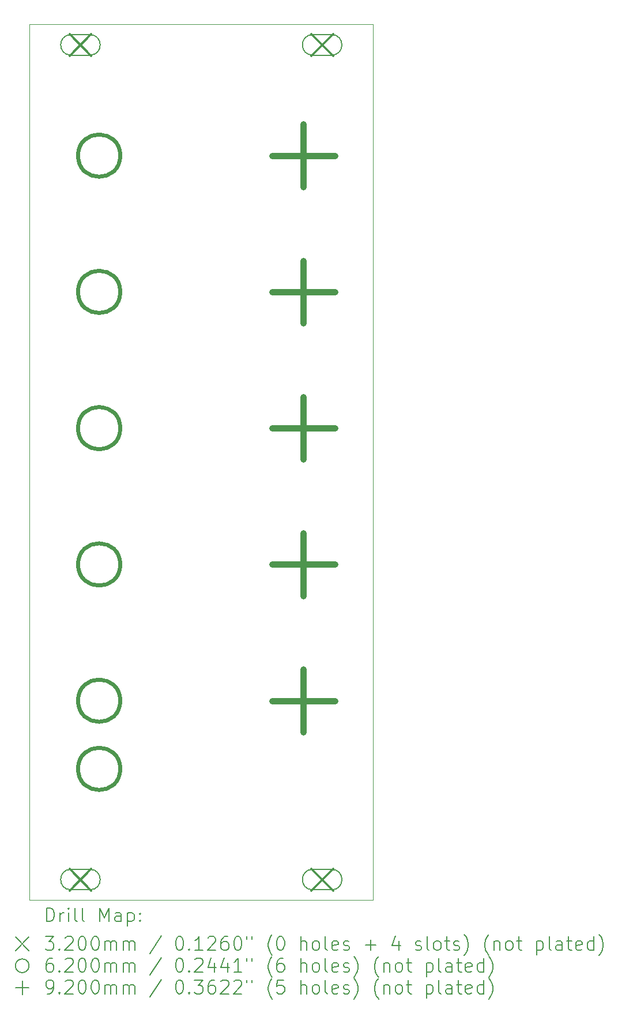
<source format=gbr>
%FSLAX45Y45*%
G04 Gerber Fmt 4.5, Leading zero omitted, Abs format (unit mm)*
G04 Created by KiCad (PCBNEW (6.0.2)) date 2022-05-06 20:28:32*
%MOMM*%
%LPD*%
G01*
G04 APERTURE LIST*
%TA.AperFunction,Profile*%
%ADD10C,0.100000*%
%TD*%
%ADD11C,0.200000*%
%ADD12C,0.320000*%
%ADD13C,0.620000*%
%ADD14C,0.920000*%
G04 APERTURE END LIST*
D10*
X10975000Y-3575000D02*
X16025000Y-3575000D01*
X16025000Y-3575000D02*
X16025000Y-16425000D01*
X10975000Y-3575000D02*
X10975000Y-16425000D01*
X10975000Y-16425000D02*
X16025000Y-16425000D01*
D11*
D12*
X11565000Y-3715000D02*
X11885000Y-4035000D01*
X11885000Y-3715000D02*
X11565000Y-4035000D01*
D11*
X11585000Y-4025000D02*
X11865000Y-4025000D01*
X11585000Y-3725000D02*
X11865000Y-3725000D01*
X11865000Y-4025000D02*
G75*
G03*
X11865000Y-3725000I0J150000D01*
G01*
X11585000Y-3725000D02*
G75*
G03*
X11585000Y-4025000I0J-150000D01*
G01*
D12*
X11565000Y-15965000D02*
X11885000Y-16285000D01*
X11885000Y-15965000D02*
X11565000Y-16285000D01*
D11*
X11585000Y-16275000D02*
X11865000Y-16275000D01*
X11585000Y-15975000D02*
X11865000Y-15975000D01*
X11865000Y-16275000D02*
G75*
G03*
X11865000Y-15975000I0J150000D01*
G01*
X11585000Y-15975000D02*
G75*
G03*
X11585000Y-16275000I0J-150000D01*
G01*
D12*
X15115000Y-3715000D02*
X15435000Y-4035000D01*
X15435000Y-3715000D02*
X15115000Y-4035000D01*
D11*
X15135000Y-4025000D02*
X15415000Y-4025000D01*
X15135000Y-3725000D02*
X15415000Y-3725000D01*
X15415000Y-4025000D02*
G75*
G03*
X15415000Y-3725000I0J150000D01*
G01*
X15135000Y-3725000D02*
G75*
G03*
X15135000Y-4025000I0J-150000D01*
G01*
D12*
X15115000Y-15965000D02*
X15435000Y-16285000D01*
X15435000Y-15965000D02*
X15115000Y-16285000D01*
D11*
X15135000Y-16275000D02*
X15415000Y-16275000D01*
X15135000Y-15975000D02*
X15415000Y-15975000D01*
X15415000Y-16275000D02*
G75*
G03*
X15415000Y-15975000I0J150000D01*
G01*
X15135000Y-15975000D02*
G75*
G03*
X15135000Y-16275000I0J-150000D01*
G01*
D13*
X12310000Y-5500000D02*
G75*
G03*
X12310000Y-5500000I-310000J0D01*
G01*
X12310000Y-7500000D02*
G75*
G03*
X12310000Y-7500000I-310000J0D01*
G01*
X12310000Y-9500000D02*
G75*
G03*
X12310000Y-9500000I-310000J0D01*
G01*
X12310000Y-11500000D02*
G75*
G03*
X12310000Y-11500000I-310000J0D01*
G01*
X12310000Y-13500000D02*
G75*
G03*
X12310000Y-13500000I-310000J0D01*
G01*
X12310000Y-14500000D02*
G75*
G03*
X12310000Y-14500000I-310000J0D01*
G01*
D14*
X15000000Y-5040000D02*
X15000000Y-5960000D01*
X14540000Y-5500000D02*
X15460000Y-5500000D01*
X15000000Y-7040000D02*
X15000000Y-7960000D01*
X14540000Y-7500000D02*
X15460000Y-7500000D01*
X15000000Y-9040000D02*
X15000000Y-9960000D01*
X14540000Y-9500000D02*
X15460000Y-9500000D01*
X15000000Y-11040000D02*
X15000000Y-11960000D01*
X14540000Y-11500000D02*
X15460000Y-11500000D01*
X15000000Y-13040000D02*
X15000000Y-13960000D01*
X14540000Y-13500000D02*
X15460000Y-13500000D01*
D11*
X11227619Y-16740476D02*
X11227619Y-16540476D01*
X11275238Y-16540476D01*
X11303809Y-16550000D01*
X11322857Y-16569048D01*
X11332381Y-16588095D01*
X11341905Y-16626190D01*
X11341905Y-16654762D01*
X11332381Y-16692857D01*
X11322857Y-16711905D01*
X11303809Y-16730952D01*
X11275238Y-16740476D01*
X11227619Y-16740476D01*
X11427619Y-16740476D02*
X11427619Y-16607143D01*
X11427619Y-16645238D02*
X11437143Y-16626190D01*
X11446667Y-16616667D01*
X11465714Y-16607143D01*
X11484762Y-16607143D01*
X11551428Y-16740476D02*
X11551428Y-16607143D01*
X11551428Y-16540476D02*
X11541905Y-16550000D01*
X11551428Y-16559524D01*
X11560952Y-16550000D01*
X11551428Y-16540476D01*
X11551428Y-16559524D01*
X11675238Y-16740476D02*
X11656190Y-16730952D01*
X11646667Y-16711905D01*
X11646667Y-16540476D01*
X11780000Y-16740476D02*
X11760952Y-16730952D01*
X11751428Y-16711905D01*
X11751428Y-16540476D01*
X12008571Y-16740476D02*
X12008571Y-16540476D01*
X12075238Y-16683333D01*
X12141905Y-16540476D01*
X12141905Y-16740476D01*
X12322857Y-16740476D02*
X12322857Y-16635714D01*
X12313333Y-16616667D01*
X12294286Y-16607143D01*
X12256190Y-16607143D01*
X12237143Y-16616667D01*
X12322857Y-16730952D02*
X12303809Y-16740476D01*
X12256190Y-16740476D01*
X12237143Y-16730952D01*
X12227619Y-16711905D01*
X12227619Y-16692857D01*
X12237143Y-16673809D01*
X12256190Y-16664286D01*
X12303809Y-16664286D01*
X12322857Y-16654762D01*
X12418095Y-16607143D02*
X12418095Y-16807143D01*
X12418095Y-16616667D02*
X12437143Y-16607143D01*
X12475238Y-16607143D01*
X12494286Y-16616667D01*
X12503809Y-16626190D01*
X12513333Y-16645238D01*
X12513333Y-16702381D01*
X12503809Y-16721428D01*
X12494286Y-16730952D01*
X12475238Y-16740476D01*
X12437143Y-16740476D01*
X12418095Y-16730952D01*
X12599048Y-16721428D02*
X12608571Y-16730952D01*
X12599048Y-16740476D01*
X12589524Y-16730952D01*
X12599048Y-16721428D01*
X12599048Y-16740476D01*
X12599048Y-16616667D02*
X12608571Y-16626190D01*
X12599048Y-16635714D01*
X12589524Y-16626190D01*
X12599048Y-16616667D01*
X12599048Y-16635714D01*
X10770000Y-16970000D02*
X10970000Y-17170000D01*
X10970000Y-16970000D02*
X10770000Y-17170000D01*
X11208571Y-16960476D02*
X11332381Y-16960476D01*
X11265714Y-17036667D01*
X11294286Y-17036667D01*
X11313333Y-17046190D01*
X11322857Y-17055714D01*
X11332381Y-17074762D01*
X11332381Y-17122381D01*
X11322857Y-17141429D01*
X11313333Y-17150952D01*
X11294286Y-17160476D01*
X11237143Y-17160476D01*
X11218095Y-17150952D01*
X11208571Y-17141429D01*
X11418095Y-17141429D02*
X11427619Y-17150952D01*
X11418095Y-17160476D01*
X11408571Y-17150952D01*
X11418095Y-17141429D01*
X11418095Y-17160476D01*
X11503809Y-16979524D02*
X11513333Y-16970000D01*
X11532381Y-16960476D01*
X11580000Y-16960476D01*
X11599048Y-16970000D01*
X11608571Y-16979524D01*
X11618095Y-16998571D01*
X11618095Y-17017619D01*
X11608571Y-17046190D01*
X11494286Y-17160476D01*
X11618095Y-17160476D01*
X11741905Y-16960476D02*
X11760952Y-16960476D01*
X11780000Y-16970000D01*
X11789524Y-16979524D01*
X11799048Y-16998571D01*
X11808571Y-17036667D01*
X11808571Y-17084286D01*
X11799048Y-17122381D01*
X11789524Y-17141429D01*
X11780000Y-17150952D01*
X11760952Y-17160476D01*
X11741905Y-17160476D01*
X11722857Y-17150952D01*
X11713333Y-17141429D01*
X11703809Y-17122381D01*
X11694286Y-17084286D01*
X11694286Y-17036667D01*
X11703809Y-16998571D01*
X11713333Y-16979524D01*
X11722857Y-16970000D01*
X11741905Y-16960476D01*
X11932381Y-16960476D02*
X11951428Y-16960476D01*
X11970476Y-16970000D01*
X11980000Y-16979524D01*
X11989524Y-16998571D01*
X11999048Y-17036667D01*
X11999048Y-17084286D01*
X11989524Y-17122381D01*
X11980000Y-17141429D01*
X11970476Y-17150952D01*
X11951428Y-17160476D01*
X11932381Y-17160476D01*
X11913333Y-17150952D01*
X11903809Y-17141429D01*
X11894286Y-17122381D01*
X11884762Y-17084286D01*
X11884762Y-17036667D01*
X11894286Y-16998571D01*
X11903809Y-16979524D01*
X11913333Y-16970000D01*
X11932381Y-16960476D01*
X12084762Y-17160476D02*
X12084762Y-17027143D01*
X12084762Y-17046190D02*
X12094286Y-17036667D01*
X12113333Y-17027143D01*
X12141905Y-17027143D01*
X12160952Y-17036667D01*
X12170476Y-17055714D01*
X12170476Y-17160476D01*
X12170476Y-17055714D02*
X12180000Y-17036667D01*
X12199048Y-17027143D01*
X12227619Y-17027143D01*
X12246667Y-17036667D01*
X12256190Y-17055714D01*
X12256190Y-17160476D01*
X12351428Y-17160476D02*
X12351428Y-17027143D01*
X12351428Y-17046190D02*
X12360952Y-17036667D01*
X12380000Y-17027143D01*
X12408571Y-17027143D01*
X12427619Y-17036667D01*
X12437143Y-17055714D01*
X12437143Y-17160476D01*
X12437143Y-17055714D02*
X12446667Y-17036667D01*
X12465714Y-17027143D01*
X12494286Y-17027143D01*
X12513333Y-17036667D01*
X12522857Y-17055714D01*
X12522857Y-17160476D01*
X12913333Y-16950952D02*
X12741905Y-17208095D01*
X13170476Y-16960476D02*
X13189524Y-16960476D01*
X13208571Y-16970000D01*
X13218095Y-16979524D01*
X13227619Y-16998571D01*
X13237143Y-17036667D01*
X13237143Y-17084286D01*
X13227619Y-17122381D01*
X13218095Y-17141429D01*
X13208571Y-17150952D01*
X13189524Y-17160476D01*
X13170476Y-17160476D01*
X13151428Y-17150952D01*
X13141905Y-17141429D01*
X13132381Y-17122381D01*
X13122857Y-17084286D01*
X13122857Y-17036667D01*
X13132381Y-16998571D01*
X13141905Y-16979524D01*
X13151428Y-16970000D01*
X13170476Y-16960476D01*
X13322857Y-17141429D02*
X13332381Y-17150952D01*
X13322857Y-17160476D01*
X13313333Y-17150952D01*
X13322857Y-17141429D01*
X13322857Y-17160476D01*
X13522857Y-17160476D02*
X13408571Y-17160476D01*
X13465714Y-17160476D02*
X13465714Y-16960476D01*
X13446667Y-16989048D01*
X13427619Y-17008095D01*
X13408571Y-17017619D01*
X13599048Y-16979524D02*
X13608571Y-16970000D01*
X13627619Y-16960476D01*
X13675238Y-16960476D01*
X13694286Y-16970000D01*
X13703809Y-16979524D01*
X13713333Y-16998571D01*
X13713333Y-17017619D01*
X13703809Y-17046190D01*
X13589524Y-17160476D01*
X13713333Y-17160476D01*
X13884762Y-16960476D02*
X13846667Y-16960476D01*
X13827619Y-16970000D01*
X13818095Y-16979524D01*
X13799048Y-17008095D01*
X13789524Y-17046190D01*
X13789524Y-17122381D01*
X13799048Y-17141429D01*
X13808571Y-17150952D01*
X13827619Y-17160476D01*
X13865714Y-17160476D01*
X13884762Y-17150952D01*
X13894286Y-17141429D01*
X13903809Y-17122381D01*
X13903809Y-17074762D01*
X13894286Y-17055714D01*
X13884762Y-17046190D01*
X13865714Y-17036667D01*
X13827619Y-17036667D01*
X13808571Y-17046190D01*
X13799048Y-17055714D01*
X13789524Y-17074762D01*
X14027619Y-16960476D02*
X14046667Y-16960476D01*
X14065714Y-16970000D01*
X14075238Y-16979524D01*
X14084762Y-16998571D01*
X14094286Y-17036667D01*
X14094286Y-17084286D01*
X14084762Y-17122381D01*
X14075238Y-17141429D01*
X14065714Y-17150952D01*
X14046667Y-17160476D01*
X14027619Y-17160476D01*
X14008571Y-17150952D01*
X13999048Y-17141429D01*
X13989524Y-17122381D01*
X13980000Y-17084286D01*
X13980000Y-17036667D01*
X13989524Y-16998571D01*
X13999048Y-16979524D01*
X14008571Y-16970000D01*
X14027619Y-16960476D01*
X14170476Y-16960476D02*
X14170476Y-16998571D01*
X14246667Y-16960476D02*
X14246667Y-16998571D01*
X14541905Y-17236667D02*
X14532381Y-17227143D01*
X14513333Y-17198571D01*
X14503809Y-17179524D01*
X14494286Y-17150952D01*
X14484762Y-17103333D01*
X14484762Y-17065238D01*
X14494286Y-17017619D01*
X14503809Y-16989048D01*
X14513333Y-16970000D01*
X14532381Y-16941429D01*
X14541905Y-16931905D01*
X14656190Y-16960476D02*
X14675238Y-16960476D01*
X14694286Y-16970000D01*
X14703809Y-16979524D01*
X14713333Y-16998571D01*
X14722857Y-17036667D01*
X14722857Y-17084286D01*
X14713333Y-17122381D01*
X14703809Y-17141429D01*
X14694286Y-17150952D01*
X14675238Y-17160476D01*
X14656190Y-17160476D01*
X14637143Y-17150952D01*
X14627619Y-17141429D01*
X14618095Y-17122381D01*
X14608571Y-17084286D01*
X14608571Y-17036667D01*
X14618095Y-16998571D01*
X14627619Y-16979524D01*
X14637143Y-16970000D01*
X14656190Y-16960476D01*
X14960952Y-17160476D02*
X14960952Y-16960476D01*
X15046667Y-17160476D02*
X15046667Y-17055714D01*
X15037143Y-17036667D01*
X15018095Y-17027143D01*
X14989524Y-17027143D01*
X14970476Y-17036667D01*
X14960952Y-17046190D01*
X15170476Y-17160476D02*
X15151428Y-17150952D01*
X15141905Y-17141429D01*
X15132381Y-17122381D01*
X15132381Y-17065238D01*
X15141905Y-17046190D01*
X15151428Y-17036667D01*
X15170476Y-17027143D01*
X15199048Y-17027143D01*
X15218095Y-17036667D01*
X15227619Y-17046190D01*
X15237143Y-17065238D01*
X15237143Y-17122381D01*
X15227619Y-17141429D01*
X15218095Y-17150952D01*
X15199048Y-17160476D01*
X15170476Y-17160476D01*
X15351428Y-17160476D02*
X15332381Y-17150952D01*
X15322857Y-17131905D01*
X15322857Y-16960476D01*
X15503809Y-17150952D02*
X15484762Y-17160476D01*
X15446667Y-17160476D01*
X15427619Y-17150952D01*
X15418095Y-17131905D01*
X15418095Y-17055714D01*
X15427619Y-17036667D01*
X15446667Y-17027143D01*
X15484762Y-17027143D01*
X15503809Y-17036667D01*
X15513333Y-17055714D01*
X15513333Y-17074762D01*
X15418095Y-17093810D01*
X15589524Y-17150952D02*
X15608571Y-17160476D01*
X15646667Y-17160476D01*
X15665714Y-17150952D01*
X15675238Y-17131905D01*
X15675238Y-17122381D01*
X15665714Y-17103333D01*
X15646667Y-17093810D01*
X15618095Y-17093810D01*
X15599048Y-17084286D01*
X15589524Y-17065238D01*
X15589524Y-17055714D01*
X15599048Y-17036667D01*
X15618095Y-17027143D01*
X15646667Y-17027143D01*
X15665714Y-17036667D01*
X15913333Y-17084286D02*
X16065714Y-17084286D01*
X15989524Y-17160476D02*
X15989524Y-17008095D01*
X16399048Y-17027143D02*
X16399048Y-17160476D01*
X16351428Y-16950952D02*
X16303809Y-17093810D01*
X16427619Y-17093810D01*
X16646667Y-17150952D02*
X16665714Y-17160476D01*
X16703809Y-17160476D01*
X16722857Y-17150952D01*
X16732381Y-17131905D01*
X16732381Y-17122381D01*
X16722857Y-17103333D01*
X16703809Y-17093810D01*
X16675238Y-17093810D01*
X16656190Y-17084286D01*
X16646667Y-17065238D01*
X16646667Y-17055714D01*
X16656190Y-17036667D01*
X16675238Y-17027143D01*
X16703809Y-17027143D01*
X16722857Y-17036667D01*
X16846667Y-17160476D02*
X16827619Y-17150952D01*
X16818095Y-17131905D01*
X16818095Y-16960476D01*
X16951429Y-17160476D02*
X16932381Y-17150952D01*
X16922857Y-17141429D01*
X16913333Y-17122381D01*
X16913333Y-17065238D01*
X16922857Y-17046190D01*
X16932381Y-17036667D01*
X16951429Y-17027143D01*
X16980000Y-17027143D01*
X16999048Y-17036667D01*
X17008571Y-17046190D01*
X17018095Y-17065238D01*
X17018095Y-17122381D01*
X17008571Y-17141429D01*
X16999048Y-17150952D01*
X16980000Y-17160476D01*
X16951429Y-17160476D01*
X17075238Y-17027143D02*
X17151429Y-17027143D01*
X17103810Y-16960476D02*
X17103810Y-17131905D01*
X17113333Y-17150952D01*
X17132381Y-17160476D01*
X17151429Y-17160476D01*
X17208571Y-17150952D02*
X17227619Y-17160476D01*
X17265714Y-17160476D01*
X17284762Y-17150952D01*
X17294286Y-17131905D01*
X17294286Y-17122381D01*
X17284762Y-17103333D01*
X17265714Y-17093810D01*
X17237143Y-17093810D01*
X17218095Y-17084286D01*
X17208571Y-17065238D01*
X17208571Y-17055714D01*
X17218095Y-17036667D01*
X17237143Y-17027143D01*
X17265714Y-17027143D01*
X17284762Y-17036667D01*
X17360952Y-17236667D02*
X17370476Y-17227143D01*
X17389524Y-17198571D01*
X17399048Y-17179524D01*
X17408571Y-17150952D01*
X17418095Y-17103333D01*
X17418095Y-17065238D01*
X17408571Y-17017619D01*
X17399048Y-16989048D01*
X17389524Y-16970000D01*
X17370476Y-16941429D01*
X17360952Y-16931905D01*
X17722857Y-17236667D02*
X17713333Y-17227143D01*
X17694286Y-17198571D01*
X17684762Y-17179524D01*
X17675238Y-17150952D01*
X17665714Y-17103333D01*
X17665714Y-17065238D01*
X17675238Y-17017619D01*
X17684762Y-16989048D01*
X17694286Y-16970000D01*
X17713333Y-16941429D01*
X17722857Y-16931905D01*
X17799048Y-17027143D02*
X17799048Y-17160476D01*
X17799048Y-17046190D02*
X17808571Y-17036667D01*
X17827619Y-17027143D01*
X17856190Y-17027143D01*
X17875238Y-17036667D01*
X17884762Y-17055714D01*
X17884762Y-17160476D01*
X18008571Y-17160476D02*
X17989524Y-17150952D01*
X17980000Y-17141429D01*
X17970476Y-17122381D01*
X17970476Y-17065238D01*
X17980000Y-17046190D01*
X17989524Y-17036667D01*
X18008571Y-17027143D01*
X18037143Y-17027143D01*
X18056190Y-17036667D01*
X18065714Y-17046190D01*
X18075238Y-17065238D01*
X18075238Y-17122381D01*
X18065714Y-17141429D01*
X18056190Y-17150952D01*
X18037143Y-17160476D01*
X18008571Y-17160476D01*
X18132381Y-17027143D02*
X18208571Y-17027143D01*
X18160952Y-16960476D02*
X18160952Y-17131905D01*
X18170476Y-17150952D01*
X18189524Y-17160476D01*
X18208571Y-17160476D01*
X18427619Y-17027143D02*
X18427619Y-17227143D01*
X18427619Y-17036667D02*
X18446667Y-17027143D01*
X18484762Y-17027143D01*
X18503810Y-17036667D01*
X18513333Y-17046190D01*
X18522857Y-17065238D01*
X18522857Y-17122381D01*
X18513333Y-17141429D01*
X18503810Y-17150952D01*
X18484762Y-17160476D01*
X18446667Y-17160476D01*
X18427619Y-17150952D01*
X18637143Y-17160476D02*
X18618095Y-17150952D01*
X18608571Y-17131905D01*
X18608571Y-16960476D01*
X18799048Y-17160476D02*
X18799048Y-17055714D01*
X18789524Y-17036667D01*
X18770476Y-17027143D01*
X18732381Y-17027143D01*
X18713333Y-17036667D01*
X18799048Y-17150952D02*
X18780000Y-17160476D01*
X18732381Y-17160476D01*
X18713333Y-17150952D01*
X18703810Y-17131905D01*
X18703810Y-17112857D01*
X18713333Y-17093810D01*
X18732381Y-17084286D01*
X18780000Y-17084286D01*
X18799048Y-17074762D01*
X18865714Y-17027143D02*
X18941905Y-17027143D01*
X18894286Y-16960476D02*
X18894286Y-17131905D01*
X18903810Y-17150952D01*
X18922857Y-17160476D01*
X18941905Y-17160476D01*
X19084762Y-17150952D02*
X19065714Y-17160476D01*
X19027619Y-17160476D01*
X19008571Y-17150952D01*
X18999048Y-17131905D01*
X18999048Y-17055714D01*
X19008571Y-17036667D01*
X19027619Y-17027143D01*
X19065714Y-17027143D01*
X19084762Y-17036667D01*
X19094286Y-17055714D01*
X19094286Y-17074762D01*
X18999048Y-17093810D01*
X19265714Y-17160476D02*
X19265714Y-16960476D01*
X19265714Y-17150952D02*
X19246667Y-17160476D01*
X19208571Y-17160476D01*
X19189524Y-17150952D01*
X19180000Y-17141429D01*
X19170476Y-17122381D01*
X19170476Y-17065238D01*
X19180000Y-17046190D01*
X19189524Y-17036667D01*
X19208571Y-17027143D01*
X19246667Y-17027143D01*
X19265714Y-17036667D01*
X19341905Y-17236667D02*
X19351429Y-17227143D01*
X19370476Y-17198571D01*
X19380000Y-17179524D01*
X19389524Y-17150952D01*
X19399048Y-17103333D01*
X19399048Y-17065238D01*
X19389524Y-17017619D01*
X19380000Y-16989048D01*
X19370476Y-16970000D01*
X19351429Y-16941429D01*
X19341905Y-16931905D01*
X10970000Y-17390000D02*
G75*
G03*
X10970000Y-17390000I-100000J0D01*
G01*
X11313333Y-17280476D02*
X11275238Y-17280476D01*
X11256190Y-17290000D01*
X11246667Y-17299524D01*
X11227619Y-17328095D01*
X11218095Y-17366190D01*
X11218095Y-17442381D01*
X11227619Y-17461429D01*
X11237143Y-17470952D01*
X11256190Y-17480476D01*
X11294286Y-17480476D01*
X11313333Y-17470952D01*
X11322857Y-17461429D01*
X11332381Y-17442381D01*
X11332381Y-17394762D01*
X11322857Y-17375714D01*
X11313333Y-17366190D01*
X11294286Y-17356667D01*
X11256190Y-17356667D01*
X11237143Y-17366190D01*
X11227619Y-17375714D01*
X11218095Y-17394762D01*
X11418095Y-17461429D02*
X11427619Y-17470952D01*
X11418095Y-17480476D01*
X11408571Y-17470952D01*
X11418095Y-17461429D01*
X11418095Y-17480476D01*
X11503809Y-17299524D02*
X11513333Y-17290000D01*
X11532381Y-17280476D01*
X11580000Y-17280476D01*
X11599048Y-17290000D01*
X11608571Y-17299524D01*
X11618095Y-17318571D01*
X11618095Y-17337619D01*
X11608571Y-17366190D01*
X11494286Y-17480476D01*
X11618095Y-17480476D01*
X11741905Y-17280476D02*
X11760952Y-17280476D01*
X11780000Y-17290000D01*
X11789524Y-17299524D01*
X11799048Y-17318571D01*
X11808571Y-17356667D01*
X11808571Y-17404286D01*
X11799048Y-17442381D01*
X11789524Y-17461429D01*
X11780000Y-17470952D01*
X11760952Y-17480476D01*
X11741905Y-17480476D01*
X11722857Y-17470952D01*
X11713333Y-17461429D01*
X11703809Y-17442381D01*
X11694286Y-17404286D01*
X11694286Y-17356667D01*
X11703809Y-17318571D01*
X11713333Y-17299524D01*
X11722857Y-17290000D01*
X11741905Y-17280476D01*
X11932381Y-17280476D02*
X11951428Y-17280476D01*
X11970476Y-17290000D01*
X11980000Y-17299524D01*
X11989524Y-17318571D01*
X11999048Y-17356667D01*
X11999048Y-17404286D01*
X11989524Y-17442381D01*
X11980000Y-17461429D01*
X11970476Y-17470952D01*
X11951428Y-17480476D01*
X11932381Y-17480476D01*
X11913333Y-17470952D01*
X11903809Y-17461429D01*
X11894286Y-17442381D01*
X11884762Y-17404286D01*
X11884762Y-17356667D01*
X11894286Y-17318571D01*
X11903809Y-17299524D01*
X11913333Y-17290000D01*
X11932381Y-17280476D01*
X12084762Y-17480476D02*
X12084762Y-17347143D01*
X12084762Y-17366190D02*
X12094286Y-17356667D01*
X12113333Y-17347143D01*
X12141905Y-17347143D01*
X12160952Y-17356667D01*
X12170476Y-17375714D01*
X12170476Y-17480476D01*
X12170476Y-17375714D02*
X12180000Y-17356667D01*
X12199048Y-17347143D01*
X12227619Y-17347143D01*
X12246667Y-17356667D01*
X12256190Y-17375714D01*
X12256190Y-17480476D01*
X12351428Y-17480476D02*
X12351428Y-17347143D01*
X12351428Y-17366190D02*
X12360952Y-17356667D01*
X12380000Y-17347143D01*
X12408571Y-17347143D01*
X12427619Y-17356667D01*
X12437143Y-17375714D01*
X12437143Y-17480476D01*
X12437143Y-17375714D02*
X12446667Y-17356667D01*
X12465714Y-17347143D01*
X12494286Y-17347143D01*
X12513333Y-17356667D01*
X12522857Y-17375714D01*
X12522857Y-17480476D01*
X12913333Y-17270952D02*
X12741905Y-17528095D01*
X13170476Y-17280476D02*
X13189524Y-17280476D01*
X13208571Y-17290000D01*
X13218095Y-17299524D01*
X13227619Y-17318571D01*
X13237143Y-17356667D01*
X13237143Y-17404286D01*
X13227619Y-17442381D01*
X13218095Y-17461429D01*
X13208571Y-17470952D01*
X13189524Y-17480476D01*
X13170476Y-17480476D01*
X13151428Y-17470952D01*
X13141905Y-17461429D01*
X13132381Y-17442381D01*
X13122857Y-17404286D01*
X13122857Y-17356667D01*
X13132381Y-17318571D01*
X13141905Y-17299524D01*
X13151428Y-17290000D01*
X13170476Y-17280476D01*
X13322857Y-17461429D02*
X13332381Y-17470952D01*
X13322857Y-17480476D01*
X13313333Y-17470952D01*
X13322857Y-17461429D01*
X13322857Y-17480476D01*
X13408571Y-17299524D02*
X13418095Y-17290000D01*
X13437143Y-17280476D01*
X13484762Y-17280476D01*
X13503809Y-17290000D01*
X13513333Y-17299524D01*
X13522857Y-17318571D01*
X13522857Y-17337619D01*
X13513333Y-17366190D01*
X13399048Y-17480476D01*
X13522857Y-17480476D01*
X13694286Y-17347143D02*
X13694286Y-17480476D01*
X13646667Y-17270952D02*
X13599048Y-17413810D01*
X13722857Y-17413810D01*
X13884762Y-17347143D02*
X13884762Y-17480476D01*
X13837143Y-17270952D02*
X13789524Y-17413810D01*
X13913333Y-17413810D01*
X14094286Y-17480476D02*
X13980000Y-17480476D01*
X14037143Y-17480476D02*
X14037143Y-17280476D01*
X14018095Y-17309048D01*
X13999048Y-17328095D01*
X13980000Y-17337619D01*
X14170476Y-17280476D02*
X14170476Y-17318571D01*
X14246667Y-17280476D02*
X14246667Y-17318571D01*
X14541905Y-17556667D02*
X14532381Y-17547143D01*
X14513333Y-17518571D01*
X14503809Y-17499524D01*
X14494286Y-17470952D01*
X14484762Y-17423333D01*
X14484762Y-17385238D01*
X14494286Y-17337619D01*
X14503809Y-17309048D01*
X14513333Y-17290000D01*
X14532381Y-17261429D01*
X14541905Y-17251905D01*
X14703809Y-17280476D02*
X14665714Y-17280476D01*
X14646667Y-17290000D01*
X14637143Y-17299524D01*
X14618095Y-17328095D01*
X14608571Y-17366190D01*
X14608571Y-17442381D01*
X14618095Y-17461429D01*
X14627619Y-17470952D01*
X14646667Y-17480476D01*
X14684762Y-17480476D01*
X14703809Y-17470952D01*
X14713333Y-17461429D01*
X14722857Y-17442381D01*
X14722857Y-17394762D01*
X14713333Y-17375714D01*
X14703809Y-17366190D01*
X14684762Y-17356667D01*
X14646667Y-17356667D01*
X14627619Y-17366190D01*
X14618095Y-17375714D01*
X14608571Y-17394762D01*
X14960952Y-17480476D02*
X14960952Y-17280476D01*
X15046667Y-17480476D02*
X15046667Y-17375714D01*
X15037143Y-17356667D01*
X15018095Y-17347143D01*
X14989524Y-17347143D01*
X14970476Y-17356667D01*
X14960952Y-17366190D01*
X15170476Y-17480476D02*
X15151428Y-17470952D01*
X15141905Y-17461429D01*
X15132381Y-17442381D01*
X15132381Y-17385238D01*
X15141905Y-17366190D01*
X15151428Y-17356667D01*
X15170476Y-17347143D01*
X15199048Y-17347143D01*
X15218095Y-17356667D01*
X15227619Y-17366190D01*
X15237143Y-17385238D01*
X15237143Y-17442381D01*
X15227619Y-17461429D01*
X15218095Y-17470952D01*
X15199048Y-17480476D01*
X15170476Y-17480476D01*
X15351428Y-17480476D02*
X15332381Y-17470952D01*
X15322857Y-17451905D01*
X15322857Y-17280476D01*
X15503809Y-17470952D02*
X15484762Y-17480476D01*
X15446667Y-17480476D01*
X15427619Y-17470952D01*
X15418095Y-17451905D01*
X15418095Y-17375714D01*
X15427619Y-17356667D01*
X15446667Y-17347143D01*
X15484762Y-17347143D01*
X15503809Y-17356667D01*
X15513333Y-17375714D01*
X15513333Y-17394762D01*
X15418095Y-17413810D01*
X15589524Y-17470952D02*
X15608571Y-17480476D01*
X15646667Y-17480476D01*
X15665714Y-17470952D01*
X15675238Y-17451905D01*
X15675238Y-17442381D01*
X15665714Y-17423333D01*
X15646667Y-17413810D01*
X15618095Y-17413810D01*
X15599048Y-17404286D01*
X15589524Y-17385238D01*
X15589524Y-17375714D01*
X15599048Y-17356667D01*
X15618095Y-17347143D01*
X15646667Y-17347143D01*
X15665714Y-17356667D01*
X15741905Y-17556667D02*
X15751428Y-17547143D01*
X15770476Y-17518571D01*
X15780000Y-17499524D01*
X15789524Y-17470952D01*
X15799048Y-17423333D01*
X15799048Y-17385238D01*
X15789524Y-17337619D01*
X15780000Y-17309048D01*
X15770476Y-17290000D01*
X15751428Y-17261429D01*
X15741905Y-17251905D01*
X16103809Y-17556667D02*
X16094286Y-17547143D01*
X16075238Y-17518571D01*
X16065714Y-17499524D01*
X16056190Y-17470952D01*
X16046667Y-17423333D01*
X16046667Y-17385238D01*
X16056190Y-17337619D01*
X16065714Y-17309048D01*
X16075238Y-17290000D01*
X16094286Y-17261429D01*
X16103809Y-17251905D01*
X16180000Y-17347143D02*
X16180000Y-17480476D01*
X16180000Y-17366190D02*
X16189524Y-17356667D01*
X16208571Y-17347143D01*
X16237143Y-17347143D01*
X16256190Y-17356667D01*
X16265714Y-17375714D01*
X16265714Y-17480476D01*
X16389524Y-17480476D02*
X16370476Y-17470952D01*
X16360952Y-17461429D01*
X16351428Y-17442381D01*
X16351428Y-17385238D01*
X16360952Y-17366190D01*
X16370476Y-17356667D01*
X16389524Y-17347143D01*
X16418095Y-17347143D01*
X16437143Y-17356667D01*
X16446667Y-17366190D01*
X16456190Y-17385238D01*
X16456190Y-17442381D01*
X16446667Y-17461429D01*
X16437143Y-17470952D01*
X16418095Y-17480476D01*
X16389524Y-17480476D01*
X16513333Y-17347143D02*
X16589524Y-17347143D01*
X16541905Y-17280476D02*
X16541905Y-17451905D01*
X16551428Y-17470952D01*
X16570476Y-17480476D01*
X16589524Y-17480476D01*
X16808571Y-17347143D02*
X16808571Y-17547143D01*
X16808571Y-17356667D02*
X16827619Y-17347143D01*
X16865714Y-17347143D01*
X16884762Y-17356667D01*
X16894286Y-17366190D01*
X16903810Y-17385238D01*
X16903810Y-17442381D01*
X16894286Y-17461429D01*
X16884762Y-17470952D01*
X16865714Y-17480476D01*
X16827619Y-17480476D01*
X16808571Y-17470952D01*
X17018095Y-17480476D02*
X16999048Y-17470952D01*
X16989524Y-17451905D01*
X16989524Y-17280476D01*
X17180000Y-17480476D02*
X17180000Y-17375714D01*
X17170476Y-17356667D01*
X17151429Y-17347143D01*
X17113333Y-17347143D01*
X17094286Y-17356667D01*
X17180000Y-17470952D02*
X17160952Y-17480476D01*
X17113333Y-17480476D01*
X17094286Y-17470952D01*
X17084762Y-17451905D01*
X17084762Y-17432857D01*
X17094286Y-17413810D01*
X17113333Y-17404286D01*
X17160952Y-17404286D01*
X17180000Y-17394762D01*
X17246667Y-17347143D02*
X17322857Y-17347143D01*
X17275238Y-17280476D02*
X17275238Y-17451905D01*
X17284762Y-17470952D01*
X17303810Y-17480476D01*
X17322857Y-17480476D01*
X17465714Y-17470952D02*
X17446667Y-17480476D01*
X17408571Y-17480476D01*
X17389524Y-17470952D01*
X17380000Y-17451905D01*
X17380000Y-17375714D01*
X17389524Y-17356667D01*
X17408571Y-17347143D01*
X17446667Y-17347143D01*
X17465714Y-17356667D01*
X17475238Y-17375714D01*
X17475238Y-17394762D01*
X17380000Y-17413810D01*
X17646667Y-17480476D02*
X17646667Y-17280476D01*
X17646667Y-17470952D02*
X17627619Y-17480476D01*
X17589524Y-17480476D01*
X17570476Y-17470952D01*
X17560952Y-17461429D01*
X17551429Y-17442381D01*
X17551429Y-17385238D01*
X17560952Y-17366190D01*
X17570476Y-17356667D01*
X17589524Y-17347143D01*
X17627619Y-17347143D01*
X17646667Y-17356667D01*
X17722857Y-17556667D02*
X17732381Y-17547143D01*
X17751429Y-17518571D01*
X17760952Y-17499524D01*
X17770476Y-17470952D01*
X17780000Y-17423333D01*
X17780000Y-17385238D01*
X17770476Y-17337619D01*
X17760952Y-17309048D01*
X17751429Y-17290000D01*
X17732381Y-17261429D01*
X17722857Y-17251905D01*
X10870000Y-17610000D02*
X10870000Y-17810000D01*
X10770000Y-17710000D02*
X10970000Y-17710000D01*
X11237143Y-17800476D02*
X11275238Y-17800476D01*
X11294286Y-17790952D01*
X11303809Y-17781429D01*
X11322857Y-17752857D01*
X11332381Y-17714762D01*
X11332381Y-17638571D01*
X11322857Y-17619524D01*
X11313333Y-17610000D01*
X11294286Y-17600476D01*
X11256190Y-17600476D01*
X11237143Y-17610000D01*
X11227619Y-17619524D01*
X11218095Y-17638571D01*
X11218095Y-17686190D01*
X11227619Y-17705238D01*
X11237143Y-17714762D01*
X11256190Y-17724286D01*
X11294286Y-17724286D01*
X11313333Y-17714762D01*
X11322857Y-17705238D01*
X11332381Y-17686190D01*
X11418095Y-17781429D02*
X11427619Y-17790952D01*
X11418095Y-17800476D01*
X11408571Y-17790952D01*
X11418095Y-17781429D01*
X11418095Y-17800476D01*
X11503809Y-17619524D02*
X11513333Y-17610000D01*
X11532381Y-17600476D01*
X11580000Y-17600476D01*
X11599048Y-17610000D01*
X11608571Y-17619524D01*
X11618095Y-17638571D01*
X11618095Y-17657619D01*
X11608571Y-17686190D01*
X11494286Y-17800476D01*
X11618095Y-17800476D01*
X11741905Y-17600476D02*
X11760952Y-17600476D01*
X11780000Y-17610000D01*
X11789524Y-17619524D01*
X11799048Y-17638571D01*
X11808571Y-17676667D01*
X11808571Y-17724286D01*
X11799048Y-17762381D01*
X11789524Y-17781429D01*
X11780000Y-17790952D01*
X11760952Y-17800476D01*
X11741905Y-17800476D01*
X11722857Y-17790952D01*
X11713333Y-17781429D01*
X11703809Y-17762381D01*
X11694286Y-17724286D01*
X11694286Y-17676667D01*
X11703809Y-17638571D01*
X11713333Y-17619524D01*
X11722857Y-17610000D01*
X11741905Y-17600476D01*
X11932381Y-17600476D02*
X11951428Y-17600476D01*
X11970476Y-17610000D01*
X11980000Y-17619524D01*
X11989524Y-17638571D01*
X11999048Y-17676667D01*
X11999048Y-17724286D01*
X11989524Y-17762381D01*
X11980000Y-17781429D01*
X11970476Y-17790952D01*
X11951428Y-17800476D01*
X11932381Y-17800476D01*
X11913333Y-17790952D01*
X11903809Y-17781429D01*
X11894286Y-17762381D01*
X11884762Y-17724286D01*
X11884762Y-17676667D01*
X11894286Y-17638571D01*
X11903809Y-17619524D01*
X11913333Y-17610000D01*
X11932381Y-17600476D01*
X12084762Y-17800476D02*
X12084762Y-17667143D01*
X12084762Y-17686190D02*
X12094286Y-17676667D01*
X12113333Y-17667143D01*
X12141905Y-17667143D01*
X12160952Y-17676667D01*
X12170476Y-17695714D01*
X12170476Y-17800476D01*
X12170476Y-17695714D02*
X12180000Y-17676667D01*
X12199048Y-17667143D01*
X12227619Y-17667143D01*
X12246667Y-17676667D01*
X12256190Y-17695714D01*
X12256190Y-17800476D01*
X12351428Y-17800476D02*
X12351428Y-17667143D01*
X12351428Y-17686190D02*
X12360952Y-17676667D01*
X12380000Y-17667143D01*
X12408571Y-17667143D01*
X12427619Y-17676667D01*
X12437143Y-17695714D01*
X12437143Y-17800476D01*
X12437143Y-17695714D02*
X12446667Y-17676667D01*
X12465714Y-17667143D01*
X12494286Y-17667143D01*
X12513333Y-17676667D01*
X12522857Y-17695714D01*
X12522857Y-17800476D01*
X12913333Y-17590952D02*
X12741905Y-17848095D01*
X13170476Y-17600476D02*
X13189524Y-17600476D01*
X13208571Y-17610000D01*
X13218095Y-17619524D01*
X13227619Y-17638571D01*
X13237143Y-17676667D01*
X13237143Y-17724286D01*
X13227619Y-17762381D01*
X13218095Y-17781429D01*
X13208571Y-17790952D01*
X13189524Y-17800476D01*
X13170476Y-17800476D01*
X13151428Y-17790952D01*
X13141905Y-17781429D01*
X13132381Y-17762381D01*
X13122857Y-17724286D01*
X13122857Y-17676667D01*
X13132381Y-17638571D01*
X13141905Y-17619524D01*
X13151428Y-17610000D01*
X13170476Y-17600476D01*
X13322857Y-17781429D02*
X13332381Y-17790952D01*
X13322857Y-17800476D01*
X13313333Y-17790952D01*
X13322857Y-17781429D01*
X13322857Y-17800476D01*
X13399048Y-17600476D02*
X13522857Y-17600476D01*
X13456190Y-17676667D01*
X13484762Y-17676667D01*
X13503809Y-17686190D01*
X13513333Y-17695714D01*
X13522857Y-17714762D01*
X13522857Y-17762381D01*
X13513333Y-17781429D01*
X13503809Y-17790952D01*
X13484762Y-17800476D01*
X13427619Y-17800476D01*
X13408571Y-17790952D01*
X13399048Y-17781429D01*
X13694286Y-17600476D02*
X13656190Y-17600476D01*
X13637143Y-17610000D01*
X13627619Y-17619524D01*
X13608571Y-17648095D01*
X13599048Y-17686190D01*
X13599048Y-17762381D01*
X13608571Y-17781429D01*
X13618095Y-17790952D01*
X13637143Y-17800476D01*
X13675238Y-17800476D01*
X13694286Y-17790952D01*
X13703809Y-17781429D01*
X13713333Y-17762381D01*
X13713333Y-17714762D01*
X13703809Y-17695714D01*
X13694286Y-17686190D01*
X13675238Y-17676667D01*
X13637143Y-17676667D01*
X13618095Y-17686190D01*
X13608571Y-17695714D01*
X13599048Y-17714762D01*
X13789524Y-17619524D02*
X13799048Y-17610000D01*
X13818095Y-17600476D01*
X13865714Y-17600476D01*
X13884762Y-17610000D01*
X13894286Y-17619524D01*
X13903809Y-17638571D01*
X13903809Y-17657619D01*
X13894286Y-17686190D01*
X13780000Y-17800476D01*
X13903809Y-17800476D01*
X13980000Y-17619524D02*
X13989524Y-17610000D01*
X14008571Y-17600476D01*
X14056190Y-17600476D01*
X14075238Y-17610000D01*
X14084762Y-17619524D01*
X14094286Y-17638571D01*
X14094286Y-17657619D01*
X14084762Y-17686190D01*
X13970476Y-17800476D01*
X14094286Y-17800476D01*
X14170476Y-17600476D02*
X14170476Y-17638571D01*
X14246667Y-17600476D02*
X14246667Y-17638571D01*
X14541905Y-17876667D02*
X14532381Y-17867143D01*
X14513333Y-17838571D01*
X14503809Y-17819524D01*
X14494286Y-17790952D01*
X14484762Y-17743333D01*
X14484762Y-17705238D01*
X14494286Y-17657619D01*
X14503809Y-17629048D01*
X14513333Y-17610000D01*
X14532381Y-17581429D01*
X14541905Y-17571905D01*
X14713333Y-17600476D02*
X14618095Y-17600476D01*
X14608571Y-17695714D01*
X14618095Y-17686190D01*
X14637143Y-17676667D01*
X14684762Y-17676667D01*
X14703809Y-17686190D01*
X14713333Y-17695714D01*
X14722857Y-17714762D01*
X14722857Y-17762381D01*
X14713333Y-17781429D01*
X14703809Y-17790952D01*
X14684762Y-17800476D01*
X14637143Y-17800476D01*
X14618095Y-17790952D01*
X14608571Y-17781429D01*
X14960952Y-17800476D02*
X14960952Y-17600476D01*
X15046667Y-17800476D02*
X15046667Y-17695714D01*
X15037143Y-17676667D01*
X15018095Y-17667143D01*
X14989524Y-17667143D01*
X14970476Y-17676667D01*
X14960952Y-17686190D01*
X15170476Y-17800476D02*
X15151428Y-17790952D01*
X15141905Y-17781429D01*
X15132381Y-17762381D01*
X15132381Y-17705238D01*
X15141905Y-17686190D01*
X15151428Y-17676667D01*
X15170476Y-17667143D01*
X15199048Y-17667143D01*
X15218095Y-17676667D01*
X15227619Y-17686190D01*
X15237143Y-17705238D01*
X15237143Y-17762381D01*
X15227619Y-17781429D01*
X15218095Y-17790952D01*
X15199048Y-17800476D01*
X15170476Y-17800476D01*
X15351428Y-17800476D02*
X15332381Y-17790952D01*
X15322857Y-17771905D01*
X15322857Y-17600476D01*
X15503809Y-17790952D02*
X15484762Y-17800476D01*
X15446667Y-17800476D01*
X15427619Y-17790952D01*
X15418095Y-17771905D01*
X15418095Y-17695714D01*
X15427619Y-17676667D01*
X15446667Y-17667143D01*
X15484762Y-17667143D01*
X15503809Y-17676667D01*
X15513333Y-17695714D01*
X15513333Y-17714762D01*
X15418095Y-17733810D01*
X15589524Y-17790952D02*
X15608571Y-17800476D01*
X15646667Y-17800476D01*
X15665714Y-17790952D01*
X15675238Y-17771905D01*
X15675238Y-17762381D01*
X15665714Y-17743333D01*
X15646667Y-17733810D01*
X15618095Y-17733810D01*
X15599048Y-17724286D01*
X15589524Y-17705238D01*
X15589524Y-17695714D01*
X15599048Y-17676667D01*
X15618095Y-17667143D01*
X15646667Y-17667143D01*
X15665714Y-17676667D01*
X15741905Y-17876667D02*
X15751428Y-17867143D01*
X15770476Y-17838571D01*
X15780000Y-17819524D01*
X15789524Y-17790952D01*
X15799048Y-17743333D01*
X15799048Y-17705238D01*
X15789524Y-17657619D01*
X15780000Y-17629048D01*
X15770476Y-17610000D01*
X15751428Y-17581429D01*
X15741905Y-17571905D01*
X16103809Y-17876667D02*
X16094286Y-17867143D01*
X16075238Y-17838571D01*
X16065714Y-17819524D01*
X16056190Y-17790952D01*
X16046667Y-17743333D01*
X16046667Y-17705238D01*
X16056190Y-17657619D01*
X16065714Y-17629048D01*
X16075238Y-17610000D01*
X16094286Y-17581429D01*
X16103809Y-17571905D01*
X16180000Y-17667143D02*
X16180000Y-17800476D01*
X16180000Y-17686190D02*
X16189524Y-17676667D01*
X16208571Y-17667143D01*
X16237143Y-17667143D01*
X16256190Y-17676667D01*
X16265714Y-17695714D01*
X16265714Y-17800476D01*
X16389524Y-17800476D02*
X16370476Y-17790952D01*
X16360952Y-17781429D01*
X16351428Y-17762381D01*
X16351428Y-17705238D01*
X16360952Y-17686190D01*
X16370476Y-17676667D01*
X16389524Y-17667143D01*
X16418095Y-17667143D01*
X16437143Y-17676667D01*
X16446667Y-17686190D01*
X16456190Y-17705238D01*
X16456190Y-17762381D01*
X16446667Y-17781429D01*
X16437143Y-17790952D01*
X16418095Y-17800476D01*
X16389524Y-17800476D01*
X16513333Y-17667143D02*
X16589524Y-17667143D01*
X16541905Y-17600476D02*
X16541905Y-17771905D01*
X16551428Y-17790952D01*
X16570476Y-17800476D01*
X16589524Y-17800476D01*
X16808571Y-17667143D02*
X16808571Y-17867143D01*
X16808571Y-17676667D02*
X16827619Y-17667143D01*
X16865714Y-17667143D01*
X16884762Y-17676667D01*
X16894286Y-17686190D01*
X16903810Y-17705238D01*
X16903810Y-17762381D01*
X16894286Y-17781429D01*
X16884762Y-17790952D01*
X16865714Y-17800476D01*
X16827619Y-17800476D01*
X16808571Y-17790952D01*
X17018095Y-17800476D02*
X16999048Y-17790952D01*
X16989524Y-17771905D01*
X16989524Y-17600476D01*
X17180000Y-17800476D02*
X17180000Y-17695714D01*
X17170476Y-17676667D01*
X17151429Y-17667143D01*
X17113333Y-17667143D01*
X17094286Y-17676667D01*
X17180000Y-17790952D02*
X17160952Y-17800476D01*
X17113333Y-17800476D01*
X17094286Y-17790952D01*
X17084762Y-17771905D01*
X17084762Y-17752857D01*
X17094286Y-17733810D01*
X17113333Y-17724286D01*
X17160952Y-17724286D01*
X17180000Y-17714762D01*
X17246667Y-17667143D02*
X17322857Y-17667143D01*
X17275238Y-17600476D02*
X17275238Y-17771905D01*
X17284762Y-17790952D01*
X17303810Y-17800476D01*
X17322857Y-17800476D01*
X17465714Y-17790952D02*
X17446667Y-17800476D01*
X17408571Y-17800476D01*
X17389524Y-17790952D01*
X17380000Y-17771905D01*
X17380000Y-17695714D01*
X17389524Y-17676667D01*
X17408571Y-17667143D01*
X17446667Y-17667143D01*
X17465714Y-17676667D01*
X17475238Y-17695714D01*
X17475238Y-17714762D01*
X17380000Y-17733810D01*
X17646667Y-17800476D02*
X17646667Y-17600476D01*
X17646667Y-17790952D02*
X17627619Y-17800476D01*
X17589524Y-17800476D01*
X17570476Y-17790952D01*
X17560952Y-17781429D01*
X17551429Y-17762381D01*
X17551429Y-17705238D01*
X17560952Y-17686190D01*
X17570476Y-17676667D01*
X17589524Y-17667143D01*
X17627619Y-17667143D01*
X17646667Y-17676667D01*
X17722857Y-17876667D02*
X17732381Y-17867143D01*
X17751429Y-17838571D01*
X17760952Y-17819524D01*
X17770476Y-17790952D01*
X17780000Y-17743333D01*
X17780000Y-17705238D01*
X17770476Y-17657619D01*
X17760952Y-17629048D01*
X17751429Y-17610000D01*
X17732381Y-17581429D01*
X17722857Y-17571905D01*
M02*

</source>
